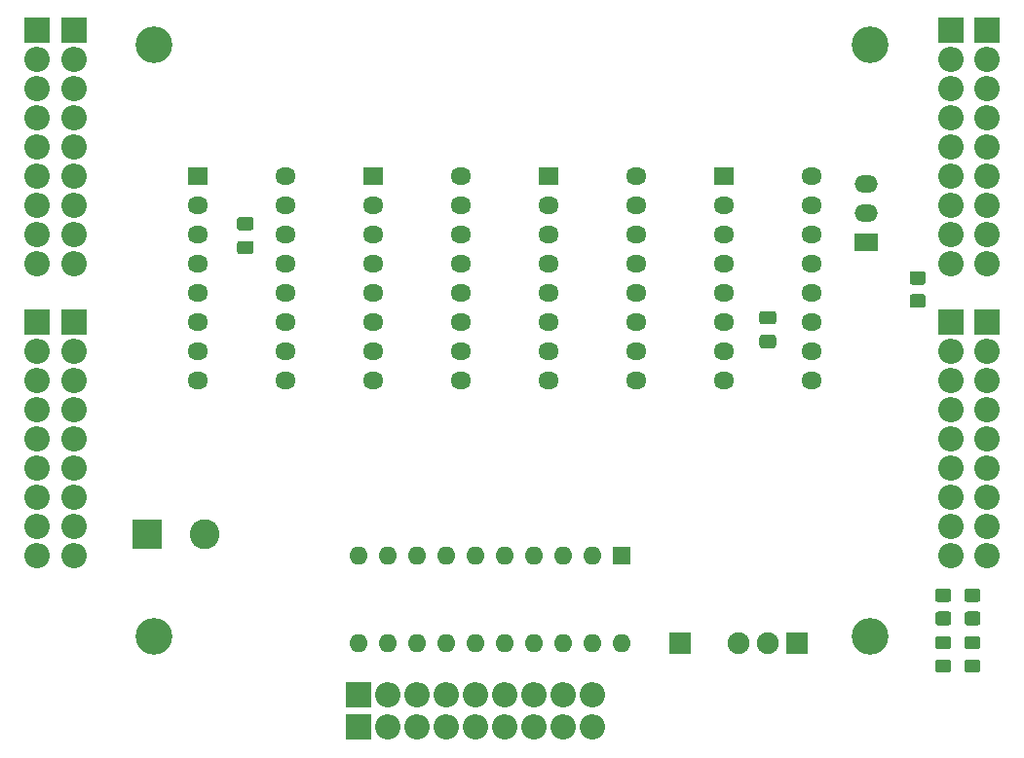
<source format=gbr>
%TF.GenerationSoftware,KiCad,Pcbnew,(5.1.8)-1*%
%TF.CreationDate,2023-02-18T12:33:22+03:00*%
%TF.ProjectId,MUX4x1,4d555834-7831-42e6-9b69-6361645f7063,rev?*%
%TF.SameCoordinates,Original*%
%TF.FileFunction,Soldermask,Top*%
%TF.FilePolarity,Negative*%
%FSLAX46Y46*%
G04 Gerber Fmt 4.6, Leading zero omitted, Abs format (unit mm)*
G04 Created by KiCad (PCBNEW (5.1.8)-1) date 2023-02-18 12:33:22*
%MOMM*%
%LPD*%
G01*
G04 APERTURE LIST*
%ADD10O,1.900000X1.900000*%
%ADD11R,1.900000X1.900000*%
%ADD12C,3.200000*%
%ADD13O,2.200000X2.200000*%
%ADD14R,2.200000X2.200000*%
%ADD15O,1.800000X1.500000*%
%ADD16R,1.800000X1.500000*%
%ADD17O,2.000000X1.500000*%
%ADD18R,2.000000X1.500000*%
%ADD19R,2.600000X2.600000*%
%ADD20C,2.600000*%
%ADD21R,1.600000X1.600000*%
%ADD22O,1.600000X1.600000*%
G04 APERTURE END LIST*
D10*
%TO.C,J14*%
X134620000Y-114300000D03*
X137160000Y-114300000D03*
D11*
X139700000Y-114300000D03*
%TD*%
D12*
%TO.C,H4*%
X146050000Y-62230000D03*
%TD*%
D11*
%TO.C,J13*%
X129540000Y-114300000D03*
%TD*%
D12*
%TO.C,H3*%
X83820000Y-113665000D03*
%TD*%
%TO.C,C2*%
G36*
G01*
X136685000Y-87445000D02*
X137635000Y-87445000D01*
G75*
G02*
X137885000Y-87695000I0J-250000D01*
G01*
X137885000Y-88370000D01*
G75*
G02*
X137635000Y-88620000I-250000J0D01*
G01*
X136685000Y-88620000D01*
G75*
G02*
X136435000Y-88370000I0J250000D01*
G01*
X136435000Y-87695000D01*
G75*
G02*
X136685000Y-87445000I250000J0D01*
G01*
G37*
G36*
G01*
X136685000Y-85370000D02*
X137635000Y-85370000D01*
G75*
G02*
X137885000Y-85620000I0J-250000D01*
G01*
X137885000Y-86295000D01*
G75*
G02*
X137635000Y-86545000I-250000J0D01*
G01*
X136685000Y-86545000D01*
G75*
G02*
X136435000Y-86295000I0J250000D01*
G01*
X136435000Y-85620000D01*
G75*
G02*
X136685000Y-85370000I250000J0D01*
G01*
G37*
%TD*%
%TO.C,C1*%
G36*
G01*
X91282500Y-79275000D02*
X92232500Y-79275000D01*
G75*
G02*
X92482500Y-79525000I0J-250000D01*
G01*
X92482500Y-80200000D01*
G75*
G02*
X92232500Y-80450000I-250000J0D01*
G01*
X91282500Y-80450000D01*
G75*
G02*
X91032500Y-80200000I0J250000D01*
G01*
X91032500Y-79525000D01*
G75*
G02*
X91282500Y-79275000I250000J0D01*
G01*
G37*
G36*
G01*
X91282500Y-77200000D02*
X92232500Y-77200000D01*
G75*
G02*
X92482500Y-77450000I0J-250000D01*
G01*
X92482500Y-78125000D01*
G75*
G02*
X92232500Y-78375000I-250000J0D01*
G01*
X91282500Y-78375000D01*
G75*
G02*
X91032500Y-78125000I0J250000D01*
G01*
X91032500Y-77450000D01*
G75*
G02*
X91282500Y-77200000I250000J0D01*
G01*
G37*
%TD*%
D13*
%TO.C,J12*%
X121920000Y-121602500D03*
X119380000Y-121602500D03*
X116840000Y-121602500D03*
X114300000Y-121602500D03*
X111760000Y-121602500D03*
X109220000Y-121602500D03*
X106680000Y-121602500D03*
X104140000Y-121602500D03*
D14*
X101600000Y-121602500D03*
%TD*%
D13*
%TO.C,J11*%
X156210000Y-81280000D03*
X156210000Y-78740000D03*
X156210000Y-76200000D03*
X156210000Y-73660000D03*
X156210000Y-71120000D03*
X156210000Y-68580000D03*
X156210000Y-66040000D03*
X156210000Y-63500000D03*
D14*
X156210000Y-60960000D03*
%TD*%
D13*
%TO.C,J10*%
X73660000Y-81280000D03*
X73660000Y-78740000D03*
X73660000Y-76200000D03*
X73660000Y-73660000D03*
X73660000Y-71120000D03*
X73660000Y-68580000D03*
X73660000Y-66040000D03*
X73660000Y-63500000D03*
D14*
X73660000Y-60960000D03*
%TD*%
D13*
%TO.C,J9*%
X156210000Y-106680000D03*
X156210000Y-104140000D03*
X156210000Y-101600000D03*
X156210000Y-99060000D03*
X156210000Y-96520000D03*
X156210000Y-93980000D03*
X156210000Y-91440000D03*
X156210000Y-88900000D03*
D14*
X156210000Y-86360000D03*
%TD*%
D13*
%TO.C,J8*%
X73660000Y-106680000D03*
X73660000Y-104140000D03*
X73660000Y-101600000D03*
X73660000Y-99060000D03*
X73660000Y-96520000D03*
X73660000Y-93980000D03*
X73660000Y-91440000D03*
X73660000Y-88900000D03*
D14*
X73660000Y-86360000D03*
%TD*%
D15*
%TO.C,U2*%
X110490000Y-73660000D03*
X102870000Y-91440000D03*
X110490000Y-76200000D03*
X102870000Y-88900000D03*
X110490000Y-78740000D03*
X102870000Y-86360000D03*
X110490000Y-81280000D03*
X102870000Y-83820000D03*
X110490000Y-83820000D03*
X102870000Y-81280000D03*
X110490000Y-86360000D03*
X102870000Y-78740000D03*
X110490000Y-88900000D03*
X102870000Y-76200000D03*
X110490000Y-91440000D03*
D16*
X102870000Y-73660000D03*
%TD*%
%TO.C,R1*%
G36*
G01*
X149727499Y-83902500D02*
X150627501Y-83902500D01*
G75*
G02*
X150877500Y-84152499I0J-249999D01*
G01*
X150877500Y-84852501D01*
G75*
G02*
X150627501Y-85102500I-249999J0D01*
G01*
X149727499Y-85102500D01*
G75*
G02*
X149477500Y-84852501I0J249999D01*
G01*
X149477500Y-84152499D01*
G75*
G02*
X149727499Y-83902500I249999J0D01*
G01*
G37*
G36*
G01*
X149727499Y-81902500D02*
X150627501Y-81902500D01*
G75*
G02*
X150877500Y-82152499I0J-249999D01*
G01*
X150877500Y-82852501D01*
G75*
G02*
X150627501Y-83102500I-249999J0D01*
G01*
X149727499Y-83102500D01*
G75*
G02*
X149477500Y-82852501I0J249999D01*
G01*
X149477500Y-82152499D01*
G75*
G02*
X149727499Y-81902500I249999J0D01*
G01*
G37*
%TD*%
D17*
%TO.C,J7*%
X145732500Y-74295000D03*
X145732500Y-76835000D03*
D18*
X145732500Y-79375000D03*
%TD*%
D12*
%TO.C,H1*%
X83820000Y-62230000D03*
%TD*%
%TO.C,H2*%
X146050000Y-113665000D03*
%TD*%
D19*
%TO.C,J1*%
X83185000Y-104775000D03*
D20*
X88185000Y-104775000D03*
%TD*%
D14*
%TO.C,J2*%
X76835000Y-86360000D03*
D13*
X76835000Y-88900000D03*
X76835000Y-91440000D03*
X76835000Y-93980000D03*
X76835000Y-96520000D03*
X76835000Y-99060000D03*
X76835000Y-101600000D03*
X76835000Y-104140000D03*
X76835000Y-106680000D03*
%TD*%
%TO.C,J3*%
X153035000Y-106680000D03*
X153035000Y-104140000D03*
X153035000Y-101600000D03*
X153035000Y-99060000D03*
X153035000Y-96520000D03*
X153035000Y-93980000D03*
X153035000Y-91440000D03*
X153035000Y-88900000D03*
D14*
X153035000Y-86360000D03*
%TD*%
%TO.C,J4*%
X76835000Y-60960000D03*
D13*
X76835000Y-63500000D03*
X76835000Y-66040000D03*
X76835000Y-68580000D03*
X76835000Y-71120000D03*
X76835000Y-73660000D03*
X76835000Y-76200000D03*
X76835000Y-78740000D03*
X76835000Y-81280000D03*
%TD*%
%TO.C,J5*%
X153035000Y-81280000D03*
X153035000Y-78740000D03*
X153035000Y-76200000D03*
X153035000Y-73660000D03*
X153035000Y-71120000D03*
X153035000Y-68580000D03*
X153035000Y-66040000D03*
X153035000Y-63500000D03*
D14*
X153035000Y-60960000D03*
%TD*%
%TO.C,J6*%
X101600000Y-118745000D03*
D13*
X104140000Y-118745000D03*
X106680000Y-118745000D03*
X109220000Y-118745000D03*
X111760000Y-118745000D03*
X114300000Y-118745000D03*
X116840000Y-118745000D03*
X119380000Y-118745000D03*
X121920000Y-118745000D03*
%TD*%
D16*
%TO.C,U1*%
X87630000Y-73660000D03*
D15*
X95250000Y-91440000D03*
X87630000Y-76200000D03*
X95250000Y-88900000D03*
X87630000Y-78740000D03*
X95250000Y-86360000D03*
X87630000Y-81280000D03*
X95250000Y-83820000D03*
X87630000Y-83820000D03*
X95250000Y-81280000D03*
X87630000Y-86360000D03*
X95250000Y-78740000D03*
X87630000Y-88900000D03*
X95250000Y-76200000D03*
X87630000Y-91440000D03*
X95250000Y-73660000D03*
%TD*%
D16*
%TO.C,U3*%
X118110000Y-73660000D03*
D15*
X125730000Y-91440000D03*
X118110000Y-76200000D03*
X125730000Y-88900000D03*
X118110000Y-78740000D03*
X125730000Y-86360000D03*
X118110000Y-81280000D03*
X125730000Y-83820000D03*
X118110000Y-83820000D03*
X125730000Y-81280000D03*
X118110000Y-86360000D03*
X125730000Y-78740000D03*
X118110000Y-88900000D03*
X125730000Y-76200000D03*
X118110000Y-91440000D03*
X125730000Y-73660000D03*
%TD*%
%TO.C,U4*%
X140970000Y-73660000D03*
X133350000Y-91440000D03*
X140970000Y-76200000D03*
X133350000Y-88900000D03*
X140970000Y-78740000D03*
X133350000Y-86360000D03*
X140970000Y-81280000D03*
X133350000Y-83820000D03*
X140970000Y-83820000D03*
X133350000Y-81280000D03*
X140970000Y-86360000D03*
X133350000Y-78740000D03*
X140970000Y-88900000D03*
X133350000Y-76200000D03*
X140970000Y-91440000D03*
D16*
X133350000Y-73660000D03*
%TD*%
%TO.C,D1*%
G36*
G01*
X152850001Y-116852500D02*
X151949999Y-116852500D01*
G75*
G02*
X151700000Y-116602501I0J249999D01*
G01*
X151700000Y-115952499D01*
G75*
G02*
X151949999Y-115702500I249999J0D01*
G01*
X152850001Y-115702500D01*
G75*
G02*
X153100000Y-115952499I0J-249999D01*
G01*
X153100000Y-116602501D01*
G75*
G02*
X152850001Y-116852500I-249999J0D01*
G01*
G37*
G36*
G01*
X152850001Y-114802500D02*
X151949999Y-114802500D01*
G75*
G02*
X151700000Y-114552501I0J249999D01*
G01*
X151700000Y-113902499D01*
G75*
G02*
X151949999Y-113652500I249999J0D01*
G01*
X152850001Y-113652500D01*
G75*
G02*
X153100000Y-113902499I0J-249999D01*
G01*
X153100000Y-114552501D01*
G75*
G02*
X152850001Y-114802500I-249999J0D01*
G01*
G37*
%TD*%
%TO.C,D2*%
G36*
G01*
X155390001Y-114802500D02*
X154489999Y-114802500D01*
G75*
G02*
X154240000Y-114552501I0J249999D01*
G01*
X154240000Y-113902499D01*
G75*
G02*
X154489999Y-113652500I249999J0D01*
G01*
X155390001Y-113652500D01*
G75*
G02*
X155640000Y-113902499I0J-249999D01*
G01*
X155640000Y-114552501D01*
G75*
G02*
X155390001Y-114802500I-249999J0D01*
G01*
G37*
G36*
G01*
X155390001Y-116852500D02*
X154489999Y-116852500D01*
G75*
G02*
X154240000Y-116602501I0J249999D01*
G01*
X154240000Y-115952499D01*
G75*
G02*
X154489999Y-115702500I249999J0D01*
G01*
X155390001Y-115702500D01*
G75*
G02*
X155640000Y-115952499I0J-249999D01*
G01*
X155640000Y-116602501D01*
G75*
G02*
X155390001Y-116852500I-249999J0D01*
G01*
G37*
%TD*%
%TO.C,R2*%
G36*
G01*
X152850001Y-110725000D02*
X151949999Y-110725000D01*
G75*
G02*
X151700000Y-110475001I0J249999D01*
G01*
X151700000Y-109774999D01*
G75*
G02*
X151949999Y-109525000I249999J0D01*
G01*
X152850001Y-109525000D01*
G75*
G02*
X153100000Y-109774999I0J-249999D01*
G01*
X153100000Y-110475001D01*
G75*
G02*
X152850001Y-110725000I-249999J0D01*
G01*
G37*
G36*
G01*
X152850001Y-112725000D02*
X151949999Y-112725000D01*
G75*
G02*
X151700000Y-112475001I0J249999D01*
G01*
X151700000Y-111774999D01*
G75*
G02*
X151949999Y-111525000I249999J0D01*
G01*
X152850001Y-111525000D01*
G75*
G02*
X153100000Y-111774999I0J-249999D01*
G01*
X153100000Y-112475001D01*
G75*
G02*
X152850001Y-112725000I-249999J0D01*
G01*
G37*
%TD*%
%TO.C,R3*%
G36*
G01*
X155390001Y-112725000D02*
X154489999Y-112725000D01*
G75*
G02*
X154240000Y-112475001I0J249999D01*
G01*
X154240000Y-111774999D01*
G75*
G02*
X154489999Y-111525000I249999J0D01*
G01*
X155390001Y-111525000D01*
G75*
G02*
X155640000Y-111774999I0J-249999D01*
G01*
X155640000Y-112475001D01*
G75*
G02*
X155390001Y-112725000I-249999J0D01*
G01*
G37*
G36*
G01*
X155390001Y-110725000D02*
X154489999Y-110725000D01*
G75*
G02*
X154240000Y-110475001I0J249999D01*
G01*
X154240000Y-109774999D01*
G75*
G02*
X154489999Y-109525000I249999J0D01*
G01*
X155390001Y-109525000D01*
G75*
G02*
X155640000Y-109774999I0J-249999D01*
G01*
X155640000Y-110475001D01*
G75*
G02*
X155390001Y-110725000I-249999J0D01*
G01*
G37*
%TD*%
D21*
%TO.C,U5*%
X124460000Y-106680000D03*
D22*
X101600000Y-114300000D03*
X121920000Y-106680000D03*
X104140000Y-114300000D03*
X119380000Y-106680000D03*
X106680000Y-114300000D03*
X116840000Y-106680000D03*
X109220000Y-114300000D03*
X114300000Y-106680000D03*
X111760000Y-114300000D03*
X111760000Y-106680000D03*
X114300000Y-114300000D03*
X109220000Y-106680000D03*
X116840000Y-114300000D03*
X106680000Y-106680000D03*
X119380000Y-114300000D03*
X104140000Y-106680000D03*
X121920000Y-114300000D03*
X101600000Y-106680000D03*
X124460000Y-114300000D03*
%TD*%
M02*

</source>
